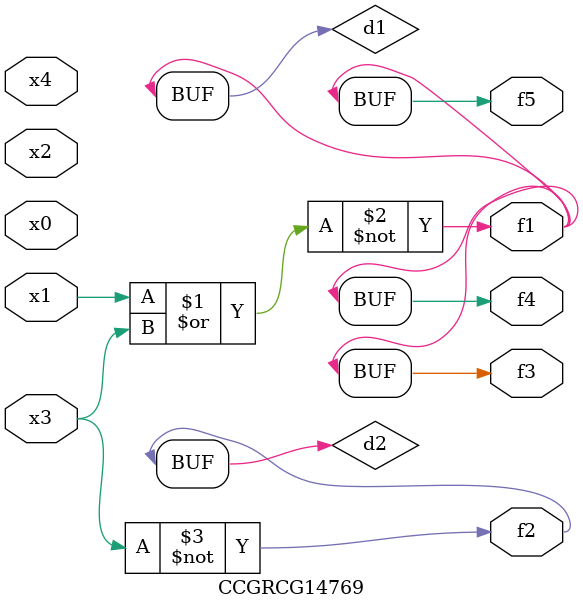
<source format=v>
module CCGRCG14769(
	input x0, x1, x2, x3, x4,
	output f1, f2, f3, f4, f5
);

	wire d1, d2;

	nor (d1, x1, x3);
	not (d2, x3);
	assign f1 = d1;
	assign f2 = d2;
	assign f3 = d1;
	assign f4 = d1;
	assign f5 = d1;
endmodule

</source>
